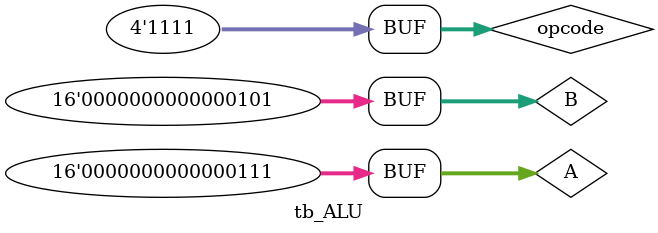
<source format=v>
`timescale 1ns / 1ps


module tb_ALU;

	// Inputs
	reg [15:0] A;
	reg [15:0] B;
	reg [3:0] opcode;

	// Outputs
	wire [15:0] out;
	wire zero_flag;
	wire neg_flag;
	wire overflow_flag;

	// Instantiate the Unit Under Test (UUT)
	ALU uut (
		.A(A), 
		.B(B), 
		.opcode(opcode), 
		.out(out), 
		.zero_flag(zero_flag), 
		.neg_flag(neg_flag), 
		.overflow_flag(overflow_flag)
	);

	initial begin
		// Initialize Inputs
		A = 7;
		B = 5;
		opcode = 15;

		// Wait 100 ns for global reset to finish
		#100;
        
		// Add stimulus here

	end
      
endmodule


</source>
